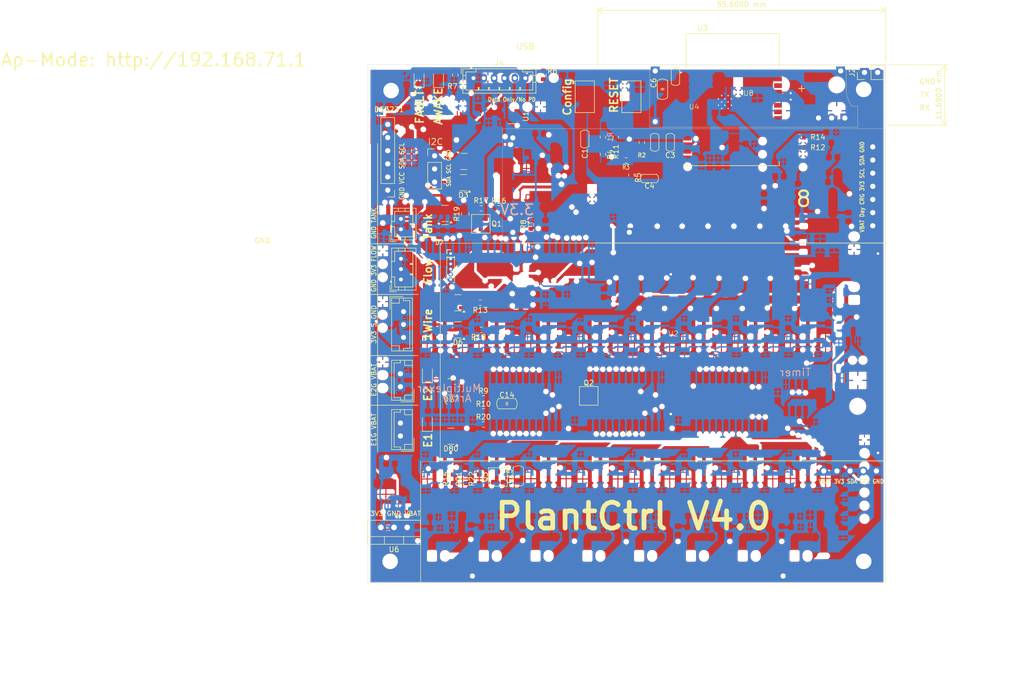
<source format=kicad_pcb>
(kicad_pcb
	(version 20241229)
	(generator "pcbnew")
	(generator_version "9.0")
	(general
		(thickness 1.6)
		(legacy_teardrops no)
	)
	(paper "A4")
	(layers
		(0 "F.Cu" signal)
		(4 "In1.Cu" signal)
		(6 "In2.Cu" signal)
		(2 "B.Cu" signal)
		(9 "F.Adhes" user "F.Adhesive")
		(11 "B.Adhes" user "B.Adhesive")
		(13 "F.Paste" user)
		(15 "B.Paste" user)
		(5 "F.SilkS" user "F.Silkscreen")
		(7 "B.SilkS" user "B.Silkscreen")
		(1 "F.Mask" user)
		(3 "B.Mask" user)
		(17 "Dwgs.User" user "User.Drawings")
		(19 "Cmts.User" user "User.Comments")
		(21 "Eco1.User" user "User.Eco1")
		(23 "Eco2.User" user "User.Eco2")
		(25 "Edge.Cuts" user)
		(27 "Margin" user)
		(31 "F.CrtYd" user "F.Courtyard")
		(29 "B.CrtYd" user "B.Courtyard")
		(35 "F.Fab" user)
		(33 "B.Fab" user)
	)
	(setup
		(stackup
			(layer "F.SilkS"
				(type "Top Silk Screen")
			)
			(layer "F.Paste"
				(type "Top Solder Paste")
			)
			(layer "F.Mask"
				(type "Top Solder Mask")
				(thickness 0.01)
			)
			(layer "F.Cu"
				(type "copper")
				(thickness 0.035)
			)
			(layer "dielectric 1"
				(type "prepreg")
				(thickness 0.1)
				(material "FR4")
				(epsilon_r 4.5)
				(loss_tangent 0.02)
			)
			(layer "In1.Cu"
				(type "copper")
				(thickness 0.035)
			)
			(layer "dielectric 2"
				(type "core")
				(thickness 1.24)
				(material "FR4")
				(epsilon_r 4.5)
				(loss_tangent 0.02)
			)
			(layer "In2.Cu"
				(type "copper")
				(thickness 0.035)
			)
			(layer "dielectric 3"
				(type "prepreg")
				(thickness 0.1)
				(material "FR4")
				(epsilon_r 4.5)
				(loss_tangent 0.02)
			)
			(layer "B.Cu"
				(type "copper")
				(thickness 0.035)
			)
			(layer "B.Mask"
				(type "Bottom Solder Mask")
				(thickness 0.01)
			)
			(layer "B.Paste"
				(type "Bottom Solder Paste")
			)
			(layer "B.SilkS"
				(type "Bottom Silk Screen")
			)
			(copper_finish "HAL lead-free")
			(dielectric_constraints no)
		)
		(pad_to_mask_clearance 0.05)
		(allow_soldermask_bridges_in_footprints no)
		(tenting front back)
		(aux_axis_origin 68.58 26.67)
		(grid_origin 68.58 26.67)
		(pcbplotparams
			(layerselection 0x00000000_00000000_5555555f_ffffffff)
			(plot_on_all_layers_selection 0x00000000_00000000_00000000_00000000)
			(disableapertmacros no)
			(usegerberextensions no)
			(usegerberattributes no)
			(usegerberadvancedattributes no)
			(creategerberjobfile no)
			(dashed_line_dash_ratio 12.000000)
			(dashed_line_gap_ratio 3.000000)
			(svgprecision 4)
			(plotframeref no)
			(mode 1)
			(useauxorigin no)
			(hpglpennumber 1)
			(hpglpenspeed 20)
			(hpglpendiameter 15.000000)
			(pdf_front_fp_property_popups yes)
			(pdf_back_fp_property_popups yes)
			(pdf_metadata yes)
			(pdf_single_document no)
			(dxfpolygonmode yes)
			(dxfimperialunits yes)
			(dxfusepcbnewfont yes)
			(psnegative no)
			(psa4output no)
			(plot_black_and_white yes)
			(sketchpadsonfab no)
			(plotpadnumbers no)
			(hidednponfab no)
			(sketchdnponfab yes)
			(crossoutdnponfab yes)
			(subtractmaskfromsilk no)
			(outputformat 1)
			(mirror no)
			(drillshape 0)
			(scaleselection 1)
			(outputdirectory "gerber/")
		)
	)
	(net 0 "")
	(net 1 "EN")
	(net 2 "VBAT")
	(net 3 "GND")
	(net 4 "3_3V")
	(net 5 "Temp")
	(net 6 "Net-(C2-Pad2)")
	(net 7 "PUMP_ENABLE")
	(net 8 "TANK_SENSOR")
	(net 9 "Charge")
	(net 10 "unconnected-(U3-IO15-Pad23)")
	(net 11 "Net-(Q1-G)")
	(net 12 "ESP_RX")
	(net 13 "ESP_TX")
	(net 14 "Net-(Boot1-Pad2)")
	(net 15 "SDA")
	(net 16 "SCL")
	(net 17 "unconnected-(U3-IO23-Pad21)")
	(net 18 "Net-(CD1-A)")
	(net 19 "Net-(D1-K)")
	(net 20 "Net-(J7-Pin_1)")
	(net 21 "unconnected-(U4-GND-Pad10)")
	(net 22 "unconnected-(U4-GND-Pad9)")
	(net 23 "CD_Probe")
	(net 24 "IsDay")
	(net 25 "LED_ENABLE")
	(net 26 "WORKING")
	(net 27 "unconnected-(U4-GND-Pad8)")
	(net 28 "unconnected-(U4-GND-Pad11)")
	(net 29 "ENABLE_TANK")
	(net 30 "unconnected-(U4-3V3-Pad4)")
	(net 31 "USB_D-")
	(net 32 "FLOW")
	(net 33 "USB_D+")
	(net 34 "BOOT_SEL")
	(net 35 "WARN_LED")
	(net 36 "unconnected-(U4-VBAT-Pad1)")
	(net 37 "SQW")
	(net 38 "32K")
	(net 39 "USB_BUS")
	(net 40 "Net-(R3-Pad1)")
	(net 41 "unconnected-(U1-I{slash}O2-Pad4)")
	(net 42 "unconnected-(U1-I{slash}O1-Pad6)")
	(net 43 "unconnected-(U3-IO8-Pad10)")
	(net 44 "unconnected-(U3-IO0-Pad8)")
	(net 45 "unconnected-(U3-NC-Pad22)")
	(net 46 "unconnected-(U2-GND-Pad11)")
	(net 47 "unconnected-(U2-GND-Pad8)")
	(net 48 "unconnected-(U2-GND-Pad10)")
	(net 49 "unconnected-(U2-VBAT-Pad2)")
	(net 50 "unconnected-(U2-GND-Pad9)")
	(net 51 "unconnected-(U2-GND-Pad7)")
	(net 52 "Net-(D78-K)")
	(net 53 "Net-(D78-A)")
	(net 54 "Net-(Q2-G)")
	(net 55 "Net-(J4-Pin_5)")
	(net 56 "Net-(J4-Pin_2)")
	(net 57 "unconnected-(U3-IO21-Pad19)")
	(net 58 "Net-(D79-K)")
	(net 59 "Net-(D79-A)")
	(net 60 "Net-(Q3-G)")
	(net 61 "EXTRA_1")
	(net 62 "EXTRA_2")
	(footprint "Package_TO_SOT_SMD:SOT-23" (layer "F.Cu") (at 185.7675 101.92 180))
	(footprint "MPPT:MPPT" (layer "F.Cu") (at 232.68 48.3075))
	(footprint "Button_Switch_SMD:SW_SPST_CK_RS282G05A3" (layer "F.Cu") (at 220.58 45.87 -90))
	(footprint "PumpOut:PumpModule" (layer "F.Cu") (at 219.88 111.47))
	(footprint "Connector_JST:JST_EH_B2B-EH-A_1x02_P2.50mm_Vertical" (layer "F.Cu") (at 175.98 111.42 90))
	(footprint "PCM_Capacitor_SMD_Handsoldering_AKL:C_0805_2012Metric_Pad1.18x1.45mm" (layer "F.Cu") (at 198.735 119.159106 90))
	(footprint "PCM_Capacitor_SMD_Handsoldering_AKL:C_0603_1608Metric_Pad1.08x0.95mm" (layer "F.Cu") (at 229.08 41.97 -90))
	(footprint "Resistor_SMD:R_0603_1608Metric" (layer "F.Cu") (at 253.08 53.67 180))
	(footprint "PCM_Capacitor_SMD_Handsoldering_AKL:C_0603_1608Metric_Pad1.08x0.95mm" (layer "F.Cu") (at 224.08 61.67 180))
	(footprint "Button_Switch_SMD:SW_SPST_CK_RS282G05A3" (layer "F.Cu") (at 211.58 45.87 -90))
	(footprint "Resistor_SMD:R_0603_1608Metric" (layer "F.Cu") (at 222.58 54.67 90))
	(footprint "Connector_JST:JST_PH_B3B-PH-K_1x03_P2.00mm_Vertical" (layer "F.Cu") (at 176.08 81.17 90))
	(footprint "Connector_JST:JST_EH_B3B-EH-A_1x03_P2.50mm_Vertical" (layer "F.Cu") (at 176.58 87.37 -90))
	(footprint "Resistor_SMD:R_0603_1608Metric" (layer "F.Cu") (at 191.555 67.42 180))
	(footprint "Resistor_SMD:R_0603_1608Metric" (layer "F.Cu") (at 188.69 119.695 90))
	(footprint "Package_TO_SOT_SMD:SOT-23" (layer "F.Cu") (at 187.08 85.67 180))
	(footprint "LED_SMD:LED_0805_2012Metric" (layer "F.Cu") (at 179.58 42.42 90))
	(footprint "Package_TO_SOT_SMD:SOT-23" (layer "F.Cu") (at 184.5925 68.42 180))
	(footprint "Resistor_SMD:R_0603_1608Metric" (layer "F.Cu") (at 217.58 53.67 -90))
	(footprint "Connector_PinHeader_2.54mm:PinHeader_1x06_P2.54mm_Vertical" (layer "F.Cu") (at 173.53 63.91 180))
	(footprint "LED_SMD:LED_0805_2012Metric" (layer "F.Cu") (at 181.18 108.845 90))
	(footprint "Resistor_SMD:R_0603_1608Metric" (layer "F.Cu") (at 186.58 41.67 -90))
	(footprint "Package_TO_SOT_SMD:SOT-23-6" (layer "F.Cu") (at 197.5175 49.52 180))
	(footprint "Package_TO_SOT_SMD:SOT-23" (layer "F.Cu") (at 187.08 90.92 180))
	(footprint "PCM_Capacitor_SMD_Handsoldering_AKL:C_0805_2012Metric_Pad1.18x1.45mm" (layer "F.Cu") (at 196.5425 105.17))
	(footprint "Resistor_SMD:R_0603_1608Metric" (layer "F.Cu") (at 219.58 58.17))
	(footprint "Resistor_SMD:R_0603_1608Metric" (layer "F.Cu") (at 194.98 67.42))
	(footprint "PCM_Capacitor_SMD_Handsoldering_AKL:C_0603_1608Metric_Pad1.08x0.95mm" (layer "F.Cu") (at 211.58 54.0325 90))
	(footprint "Package_TO_SOT_SMD:SOT-23" (layer "F.Cu") (at 188.2675 58.37))
	(footprint "Resistor_SMD:R_0603_1608Metric" (layer "F.Cu") (at 191.5675 90.92))
	(footprint "PCM_Capacitor_SMD_Handsoldering_AKL:C_0805_2012Metric_Pad1.18x1.45mm" (layer "F.Cu") (at 226.58 44.4075 90))
	(footprint "Resistor_SMD:R_0603_1608Metric" (layer "F.Cu") (at 192.005 106.66))
	(footprint "Modules:LightPower"
		(layer "F.Cu")
		(uuid "68f5fa27-99c3-4d47-a090-553a4ba1684e")
		(at 243.18 45.67)
		(property "Reference" "U8"
			(at 0 -0.5 0)
			(unlocked yes)
			(layer "F.SilkS")
			(uuid "3fb75a03-eed9-4856-85ff-13c4cbfbfc5d")
			(effects
				(font
					(size 1 1)
					(thickness 0.1)
				)
			)
		)
		(property "Value" "~"
			(at 0 1 0)
			(unlocked yes)
			(layer "F.Fab")
			(uuid "47de79a4-74d8-4a8d-9e6e-682cbd02f22e")
			(effects
				(font
					(size 1 1)
					(thickness 0.15)
				)
			)
		)
		(property "Datasheet" ""
			(at 0 0 0)
			(unlocked yes)
			(layer "F.Fab")
			(hide yes)
			(uuid "2729caca-868e-4974-a7da-3708b341bcd9")
			(effects
				(font
					(size 1 1)
					(thickness 0.15)
				)
			)
		)
		(property "Description" ""
			(at 0 0 0)
			(unlocked yes)
			(layer "F.Fab")
			(hide yes)
			(uuid "5b53fa72-205c-484c-8729-4b8c1ffcfb3e")
			(effects
				(font
					(size 1 1)
					(thickness 0.15)
				)
			)
		)
		(property "LCSC" ""
			(at 0 0 0)
			(unlocked yes)
			(layer "F.Fab")
			(hide yes)
			(uuid "4625fddd-7d04-47ca-8dbf-80edb81ad300")
			(effects
				(font
					(size 1 1)
					(thickness 0.15)
				)
			)
		)
		(property "Sim.Device" ""
			(at 0 0 0)
			(unlocked yes)
			(layer "F.Fab")
			(hide yes)
			(uuid "fd1de69d-fa15-48a6-a293-4a2d875b3e58")
			(effects
				(font
					(size 1 1)
					(thickness 0.15)
				)
			)
		)
		(property "Sim.Pins" ""
			(at 0 0 0)
			(unlocked yes)
			(layer "F.Fab")
			(hide yes)
			(uuid "88be5995-a033-4d94-b432-63c175bf6288")
			(effects
				(font
					(size 1 1)
					(thickness 0.15)
				)
			)
		)
		(property "Sim.Type" ""
			(at 0 0 0)
			(unlocked yes)
			(layer "F.Fab")
			(hide yes)
			(uuid "3ffa04bc-26a2-4ddb-81bf-7c04726603f7")
			(effects
				(font
					(size 1 1)
					(thickness 0.15)
				)
			)
		)
		(path "/1fc30857-6cc9-4908-b39c-f3627781ee69")
		(sheetname "/")
		(sheetfile "PlantCtrlESP32.kicad_sch")
		(attr smd)
		(fp_line
			(start -19.1 -5.9)
			(end 18.9 -5.9)
			(stroke
				(width 0.05)
				(type solid)
			)
			(layer "F.SilkS")
			(uuid "1760e015-fd49-441a-8844-2a4f4559605a")
		)
		(fp_line
			(start -19.1 6.1)
			(end -19.1 -5.9)
			(stroke
				(width 0.05)
				(type solid)
			)
			(layer "F.SilkS")
			(uuid "d5fc753d-3244-4e75-abf0-ff15da83aa28")
		)
		(fp_line
			(start 18.9 -5.9)
			(end 18.9 -0.5)
			(stroke
				(width 0.05)
				(type solid)
			)
			(layer "F.SilkS")
			(uuid "c9c3c41f-6c69-4fa7-93bb-a485dc76207b")
		)
		(fp_line
			(start 18.9 -0.5)
			(end 19.15 0.5)
			(stroke
				(width 0.05)
				(type solid)
			)
			(layer "F.SilkS")
			(uuid "be5f7625-536a-4b9a-8d29-a585f88e7bd5")
		)
		(fp_line
			(start 19.15 0.5)
			(end 19.5 1.3)
			(stroke
				(width 0.05)
				(type solid)
			)
			(layer "F.SilkS")
			(uuid "5c8ea4ef-3c9f-4b09-a189-cfe02d46adbe")
		)
		(fp_line
			(start 19.5 1.3)
			(end 19.9 2)
			(stroke
				(width 0.05)
				(type solid)
			)
			(layer "F.SilkS")
			(uuid "d71bd85e-46ee-446c-ac85-ca8ad1bd73b8")
		)
		(fp_line
			(start 19.9 2)
			(end 21.1 2)
			(stroke
				(width 0.05)
				(type solid)
			)
			(layer "F.SilkS")
			(uuid "24cc34c3-5f3b-41fa-8b1c-76f8b755a230")
		)
		(fp_line
			(start 21.1 6.1)
			(end -19.1 6.1)
			(stroke
				(width 0.05)
				(type solid)
			)
			(layer "F.SilkS")
			(uuid "615a268f-803e-42dc-a6e0-8bbf68fb353a")
		)
		(fp_line
			(start 21.1 6.1)
			(end 21.1 2)
			(stroke
				(width 0.05)
				(type solid)
			)
			(layer "F.SilkS")
			(uuid "fab29003-079d-4b48-9ac6-e3f749b69b96")
		)
		(fp_text user "${REFERENCE}"
			(at 0 2.5 0)
			(unlocked yes)
			(layer "F.Fab")
			(uuid "03b3e7c8-2d84-4a71-912b-45b9153b850f")
			(effects
				(font
					(size 1 1)
					(thickness 0.15)
				)
			)
		)
		(pad "1" thru_hole circle
			(at 13.52 4.3 270)
			(size 1.7 1.7)
			(drill 1)
			(layers "*.Cu" "*.Mask")
			(remove_unused_layers no)
			(net 25 "LED_ENABLE")
			(pinfunction "LED_ENABLE")
			(pintype "input")
			(uuid "ada2810d-8f4d-4b12-8bdd-edf76025e054")
		)
		(pad "2" thru_hole circle
			(at 16.06 4.3 270)
			(size 1.7 1.7)
			(drill 1)
			(layers "*.Cu" "*.Mask")
			(remove_unused_layers no)
			(net 2 "VBAT")
			(pinfunction "VBAT")
			(pintype "power_in")
			(uuid "d1430788-e081-462d-8500-dfe3057b3c08")
		)
		(pad "3" thru_hole rect
			(at
... [5771090 chars truncated]
</source>
